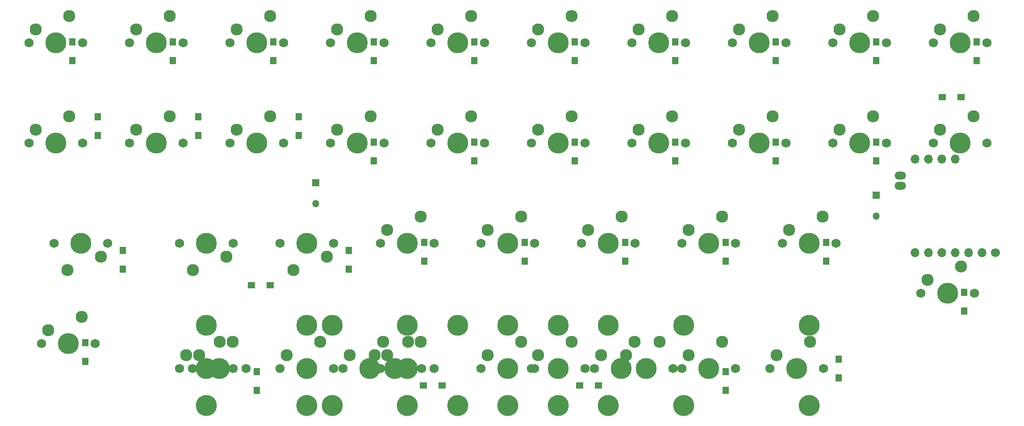
<source format=gbr>
%TF.GenerationSoftware,KiCad,Pcbnew,(7.0.0)*%
%TF.CreationDate,2024-02-27T19:35:31+01:00*%
%TF.ProjectId,pandemonium,70616e64-656d-46f6-9e69-756d2e6b6963,rev?*%
%TF.SameCoordinates,Original*%
%TF.FileFunction,Soldermask,Bot*%
%TF.FilePolarity,Negative*%
%FSLAX46Y46*%
G04 Gerber Fmt 4.6, Leading zero omitted, Abs format (unit mm)*
G04 Created by KiCad (PCBNEW (7.0.0)) date 2024-02-27 19:35:31*
%MOMM*%
%LPD*%
G01*
G04 APERTURE LIST*
%ADD10C,1.750000*%
%ADD11C,3.987800*%
%ADD12C,2.300000*%
%ADD13C,4.000000*%
%ADD14R,1.350000X1.350000*%
%ADD15O,1.350000X1.350000*%
%ADD16R,1.300000X1.400000*%
%ADD17C,1.700000*%
%ADD18O,1.700000X1.700000*%
%ADD19O,2.200000X1.500000*%
%ADD20R,1.400000X1.300000*%
G04 APERTURE END LIST*
D10*
%TO.C,MX42*%
X143351250Y-95250000D03*
D11*
X148431250Y-95250000D03*
D10*
X153511250Y-95250000D03*
D12*
X144621250Y-92710000D03*
X150971250Y-90170000D03*
%TD*%
D10*
%TO.C,MX14*%
X64770000Y-95250000D03*
D11*
X69850000Y-95250000D03*
D10*
X74930000Y-95250000D03*
D12*
X66040000Y-92710000D03*
X72390000Y-90170000D03*
%TD*%
D10*
%TO.C,MX5*%
X51117500Y-71437500D03*
D11*
X46037500Y-71437500D03*
D10*
X40957500Y-71437500D03*
D12*
X49847500Y-73977500D03*
X43497500Y-76517500D03*
%TD*%
D10*
%TO.C,MX12*%
X74930000Y-71437500D03*
D11*
X69850000Y-71437500D03*
D10*
X64770000Y-71437500D03*
D12*
X73660000Y-73977500D03*
X67310000Y-76517500D03*
%TD*%
D13*
%TO.C,S2*%
X127000000Y-102235000D03*
D11*
X127000000Y-86995000D03*
D13*
X88900000Y-102235000D03*
D11*
X88900000Y-86995000D03*
%TD*%
D10*
%TO.C,MX35*%
X83820000Y-95250000D03*
D11*
X88900000Y-95250000D03*
D10*
X93980000Y-95250000D03*
D12*
X85090000Y-92710000D03*
X91440000Y-90170000D03*
%TD*%
D10*
%TO.C,MX43*%
X148113750Y-95250000D03*
D11*
X153193750Y-95250000D03*
D10*
X158273750Y-95250000D03*
D12*
X149383750Y-92710000D03*
X155733750Y-90170000D03*
%TD*%
D10*
%TO.C,MX26*%
X102870000Y-71437500D03*
D11*
X107950000Y-71437500D03*
D10*
X113030000Y-71437500D03*
D12*
X104140000Y-68897500D03*
X110490000Y-66357500D03*
%TD*%
D10*
%TO.C,MX16*%
X169545000Y-33337500D03*
D11*
X174625000Y-33337500D03*
D10*
X179705000Y-33337500D03*
D12*
X170815000Y-30797500D03*
X177165000Y-28257500D03*
%TD*%
D10*
%TO.C,MX31*%
X112395000Y-52387500D03*
D11*
X117475000Y-52387500D03*
D10*
X122555000Y-52387500D03*
D12*
X113665000Y-49847500D03*
X120015000Y-47307500D03*
%TD*%
D10*
%TO.C,MX29*%
X112395000Y-33337500D03*
D11*
X117475000Y-33337500D03*
D10*
X122555000Y-33337500D03*
D12*
X113665000Y-30797500D03*
X120015000Y-28257500D03*
%TD*%
D10*
%TO.C,MX36*%
X67151250Y-95250000D03*
D11*
X72231250Y-95250000D03*
D10*
X77311250Y-95250000D03*
D12*
X68421250Y-92710000D03*
X74771250Y-90170000D03*
%TD*%
D10*
%TO.C,MX8*%
X55245000Y-33337500D03*
D11*
X60325000Y-33337500D03*
D10*
X65405000Y-33337500D03*
D12*
X56515000Y-30797500D03*
X62865000Y-28257500D03*
%TD*%
D10*
%TO.C,MX37*%
X100488750Y-95250000D03*
D11*
X105568750Y-95250000D03*
D10*
X110648750Y-95250000D03*
D12*
X101758750Y-92710000D03*
X108108750Y-90170000D03*
%TD*%
D13*
%TO.C,S3*%
X184150000Y-102235000D03*
D11*
X184150000Y-86995000D03*
D13*
X146050000Y-102235000D03*
D11*
X146050000Y-86995000D03*
%TD*%
D10*
%TO.C,MX18*%
X169545000Y-52387500D03*
D11*
X174625000Y-52387500D03*
D10*
X179705000Y-52387500D03*
D12*
X170815000Y-49847500D03*
X177165000Y-47307500D03*
%TD*%
D10*
%TO.C,MX24*%
X93345000Y-52387500D03*
D11*
X98425000Y-52387500D03*
D10*
X103505000Y-52387500D03*
D12*
X94615000Y-49847500D03*
X100965000Y-47307500D03*
%TD*%
D10*
%TO.C,MX44*%
X176688750Y-95250000D03*
D11*
X181768750Y-95250000D03*
D10*
X186848750Y-95250000D03*
D12*
X177958750Y-92710000D03*
X184308750Y-90170000D03*
%TD*%
D10*
%TO.C,MX19*%
X93980000Y-71437500D03*
D11*
X88900000Y-71437500D03*
D10*
X83820000Y-71437500D03*
D12*
X92710000Y-73977500D03*
X86360000Y-76517500D03*
%TD*%
D10*
%TO.C,MX21*%
X102870000Y-95250000D03*
D11*
X107950000Y-95250000D03*
D10*
X113030000Y-95250000D03*
D12*
X104140000Y-92710000D03*
X110490000Y-90170000D03*
%TD*%
D10*
%TO.C,MX15*%
X74295000Y-33337500D03*
D11*
X79375000Y-33337500D03*
D10*
X84455000Y-33337500D03*
D12*
X75565000Y-30797500D03*
X81915000Y-28257500D03*
%TD*%
D10*
%TO.C,MX4*%
X131445000Y-52387500D03*
D11*
X136525000Y-52387500D03*
D10*
X141605000Y-52387500D03*
D12*
X132715000Y-49847500D03*
X139065000Y-47307500D03*
%TD*%
D10*
%TO.C,MX2*%
X131445000Y-33337500D03*
D11*
X136525000Y-33337500D03*
D10*
X141605000Y-33337500D03*
D12*
X132715000Y-30797500D03*
X139065000Y-28257500D03*
%TD*%
D10*
%TO.C,MX11*%
X150495000Y-52387500D03*
D11*
X155575000Y-52387500D03*
D10*
X160655000Y-52387500D03*
D12*
X151765000Y-49847500D03*
X158115000Y-47307500D03*
%TD*%
D10*
%TO.C,MX9*%
X150495000Y-33337500D03*
D11*
X155575000Y-33337500D03*
D10*
X160655000Y-33337500D03*
D12*
X151765000Y-30797500D03*
X158115000Y-28257500D03*
%TD*%
D10*
%TO.C,MX38*%
X95726250Y-95250000D03*
D11*
X100806250Y-95250000D03*
D10*
X105886250Y-95250000D03*
D12*
X96996250Y-92710000D03*
X103346250Y-90170000D03*
%TD*%
D13*
%TO.C,S8*%
X184150000Y-102235000D03*
D11*
X184150000Y-86995000D03*
D13*
X88900000Y-102235000D03*
D11*
X88900000Y-86995000D03*
%TD*%
D10*
%TO.C,MX20*%
X179070000Y-71437500D03*
D11*
X184150000Y-71437500D03*
D10*
X189230000Y-71437500D03*
D12*
X180340000Y-68897500D03*
X186690000Y-66357500D03*
%TD*%
D10*
%TO.C,MX3*%
X36195000Y-52387500D03*
D11*
X41275000Y-52387500D03*
D10*
X46355000Y-52387500D03*
D12*
X37465000Y-49847500D03*
X43815000Y-47307500D03*
%TD*%
D10*
%TO.C,MX30*%
X207645000Y-33337500D03*
D11*
X212725000Y-33337500D03*
D10*
X217805000Y-33337500D03*
D12*
X208915000Y-30797500D03*
X215265000Y-28257500D03*
%TD*%
D10*
%TO.C,MX39*%
X121920000Y-95250000D03*
D11*
X127000000Y-95250000D03*
D10*
X132080000Y-95250000D03*
D12*
X123190000Y-92710000D03*
X129540000Y-90170000D03*
%TD*%
D13*
%TO.C,S6*%
X117475000Y-102235000D03*
D11*
X117475000Y-86995000D03*
D13*
X93662500Y-102235000D03*
D11*
X93662500Y-86995000D03*
%TD*%
D10*
%TO.C,MX6*%
X140970000Y-71437500D03*
D11*
X146050000Y-71437500D03*
D10*
X151130000Y-71437500D03*
D12*
X142240000Y-68897500D03*
X148590000Y-66357500D03*
%TD*%
D13*
%TO.C,S4*%
X107950000Y-102235000D03*
D11*
X107950000Y-86995000D03*
D13*
X69850000Y-102235000D03*
D11*
X69850000Y-86995000D03*
%TD*%
D10*
%TO.C,MX10*%
X55245000Y-52387500D03*
D11*
X60325000Y-52387500D03*
D10*
X65405000Y-52387500D03*
D12*
X56515000Y-49847500D03*
X62865000Y-47307500D03*
%TD*%
D10*
%TO.C,MX17*%
X74295000Y-52387500D03*
D11*
X79375000Y-52387500D03*
D10*
X84455000Y-52387500D03*
D12*
X75565000Y-49847500D03*
X81915000Y-47307500D03*
%TD*%
D10*
%TO.C,MX27*%
X205263750Y-80962500D03*
D11*
X210343750Y-80962500D03*
D10*
X215423750Y-80962500D03*
D12*
X206533750Y-78422500D03*
X212883750Y-75882500D03*
%TD*%
D13*
%TO.C,S9*%
X184150000Y-102235000D03*
D11*
X184150000Y-86995000D03*
D13*
X69850000Y-102235000D03*
D11*
X69850000Y-86995000D03*
%TD*%
D10*
%TO.C,MX23*%
X188595000Y-33337500D03*
D11*
X193675000Y-33337500D03*
D10*
X198755000Y-33337500D03*
D12*
X189865000Y-30797500D03*
X196215000Y-28257500D03*
%TD*%
D10*
%TO.C,MX1*%
X36195000Y-33337500D03*
D11*
X41275000Y-33337500D03*
D10*
X46355000Y-33337500D03*
D12*
X37465000Y-30797500D03*
X43815000Y-28257500D03*
%TD*%
D10*
%TO.C,MX22*%
X93345000Y-33337500D03*
D11*
X98425000Y-33337500D03*
D10*
X103505000Y-33337500D03*
D12*
X94615000Y-30797500D03*
X100965000Y-28257500D03*
%TD*%
D14*
%TO.C,J2*%
X196849999Y-62293749D03*
D15*
X196849999Y-66293749D03*
%TD*%
D10*
%TO.C,MX25*%
X188595000Y-52387500D03*
D11*
X193675000Y-52387500D03*
D10*
X198755000Y-52387500D03*
D12*
X189865000Y-49847500D03*
X196215000Y-47307500D03*
%TD*%
D13*
%TO.C,S7*%
X160337500Y-102235000D03*
D11*
X160337500Y-86995000D03*
D13*
X136525000Y-102235000D03*
D11*
X136525000Y-86995000D03*
%TD*%
D10*
%TO.C,MX28*%
X160020000Y-95250000D03*
D11*
X165100000Y-95250000D03*
D10*
X170180000Y-95250000D03*
D12*
X161290000Y-92710000D03*
X167640000Y-90170000D03*
%TD*%
D10*
%TO.C,MX32*%
X207645000Y-52387500D03*
D11*
X212725000Y-52387500D03*
D10*
X217805000Y-52387500D03*
D12*
X208915000Y-49847500D03*
X215265000Y-47307500D03*
%TD*%
D10*
%TO.C,MX7*%
X38576250Y-90487500D03*
D11*
X43656250Y-90487500D03*
D10*
X48736250Y-90487500D03*
D12*
X39846250Y-87947500D03*
X46196250Y-85407500D03*
%TD*%
D10*
%TO.C,MX33*%
X121920000Y-71437500D03*
D11*
X127000000Y-71437500D03*
D10*
X132080000Y-71437500D03*
D12*
X123190000Y-68897500D03*
X129540000Y-66357500D03*
%TD*%
D10*
%TO.C,MX34*%
X131445000Y-95250000D03*
D11*
X136525000Y-95250000D03*
D10*
X141605000Y-95250000D03*
D12*
X132715000Y-92710000D03*
X139065000Y-90170000D03*
%TD*%
D10*
%TO.C,MX13*%
X160020000Y-71437500D03*
D11*
X165100000Y-71437500D03*
D10*
X170180000Y-71437500D03*
D12*
X161290000Y-68897500D03*
X167640000Y-66357500D03*
%TD*%
D16*
%TO.C,D6*%
X149224999Y-74799999D03*
X149224999Y-71249999D03*
%TD*%
D17*
%TO.C,J1*%
X219386662Y-73189580D03*
D18*
X216846661Y-73189579D03*
X214306661Y-73189579D03*
X211766661Y-73189579D03*
X209226661Y-73189579D03*
X206686661Y-73189579D03*
X204146661Y-73189579D03*
D19*
X201352661Y-60489579D03*
X201352661Y-58584579D03*
D18*
X204146661Y-55409579D03*
X206686661Y-55409579D03*
X209226661Y-55409579D03*
X211766661Y-55409579D03*
%TD*%
D16*
%TO.C,D17*%
X87312499Y-47437499D03*
X87312499Y-50987499D03*
%TD*%
%TO.C,D35*%
X130174999Y-74799999D03*
X130174999Y-71249999D03*
%TD*%
%TO.C,D9*%
X158749999Y-36699999D03*
X158749999Y-33149999D03*
%TD*%
D20*
%TO.C,D24*%
X144141999Y-98424999D03*
X140591999Y-98424999D03*
%TD*%
D16*
%TO.C,D31*%
X196849999Y-55749999D03*
X196849999Y-52199999D03*
%TD*%
%TO.C,D13*%
X168274999Y-74799999D03*
X168274999Y-71249999D03*
%TD*%
%TO.C,D18*%
X177799999Y-55749999D03*
X177799999Y-52199999D03*
%TD*%
D20*
%TO.C,D12*%
X81943749Y-79374999D03*
X78393749Y-79374999D03*
%TD*%
D16*
%TO.C,D20*%
X187324999Y-74799999D03*
X187324999Y-71249999D03*
%TD*%
%TO.C,D37*%
X213518749Y-84324999D03*
X213518749Y-80774999D03*
%TD*%
D20*
%TO.C,D32*%
X209362499Y-43656249D03*
X212912499Y-43656249D03*
%TD*%
D14*
%TO.C,J3*%
X90556249Y-59912499D03*
D15*
X90556249Y-63912499D03*
%TD*%
D16*
%TO.C,D29*%
X120649999Y-55749999D03*
X120649999Y-52199999D03*
%TD*%
%TO.C,D2*%
X139699999Y-36699999D03*
X139699999Y-33149999D03*
%TD*%
%TO.C,D15*%
X82549999Y-36699999D03*
X82549999Y-33149999D03*
%TD*%
%TO.C,D28*%
X101599999Y-55749999D03*
X101599999Y-52199999D03*
%TD*%
%TO.C,D34*%
X111124999Y-74799999D03*
X111124999Y-71249999D03*
%TD*%
%TO.C,D16*%
X177799999Y-36699999D03*
X177799999Y-33149999D03*
%TD*%
%TO.C,D40*%
X168274999Y-99406249D03*
X168274999Y-95856249D03*
%TD*%
%TO.C,D23*%
X120649999Y-36699999D03*
X120649999Y-33149999D03*
%TD*%
%TO.C,D4*%
X139699999Y-55749999D03*
X139699999Y-52199999D03*
%TD*%
%TO.C,D11*%
X158749999Y-55749999D03*
X158749999Y-52199999D03*
%TD*%
%TO.C,D3*%
X49212499Y-47437499D03*
X49212499Y-50987499D03*
%TD*%
%TO.C,D25*%
X196849999Y-36699999D03*
X196849999Y-33149999D03*
%TD*%
%TO.C,D19*%
X96837499Y-72837499D03*
X96837499Y-76387499D03*
%TD*%
%TO.C,D14*%
X79374999Y-99406249D03*
X79374999Y-95856249D03*
%TD*%
%TO.C,D22*%
X101599999Y-36699999D03*
X101599999Y-33149999D03*
%TD*%
%TO.C,D1*%
X44449999Y-36699999D03*
X44449999Y-33149999D03*
%TD*%
%TO.C,D10*%
X68262499Y-47437499D03*
X68262499Y-50987499D03*
%TD*%
%TO.C,D7*%
X46831249Y-93849999D03*
X46831249Y-90299999D03*
%TD*%
%TO.C,D5*%
X53974999Y-72837499D03*
X53974999Y-76387499D03*
%TD*%
%TO.C,D27*%
X189706249Y-97024999D03*
X189706249Y-93474999D03*
%TD*%
D20*
%TO.C,D21*%
X110937499Y-98424999D03*
X114487499Y-98424999D03*
%TD*%
D16*
%TO.C,D8*%
X63499999Y-36699999D03*
X63499999Y-33149999D03*
%TD*%
%TO.C,D26*%
X215899999Y-36699999D03*
X215899999Y-33149999D03*
%TD*%
M02*

</source>
